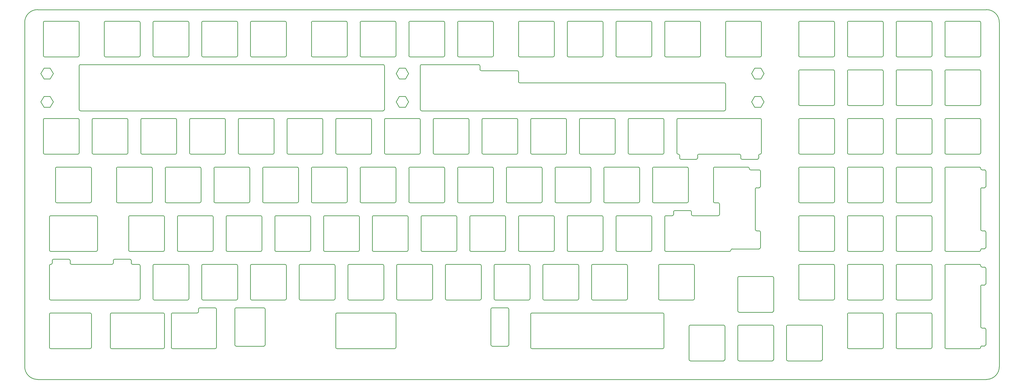
<source format=gbr>
%TF.GenerationSoftware,KiCad,Pcbnew,(6.0.0)*%
%TF.CreationDate,2022-03-02T09:48:32+01:00*%
%TF.ProjectId,switchplate,73776974-6368-4706-9c61-74652e6b6963,rev?*%
%TF.SameCoordinates,Original*%
%TF.FileFunction,Profile,NP*%
%FSLAX46Y46*%
G04 Gerber Fmt 4.6, Leading zero omitted, Abs format (unit mm)*
G04 Created by KiCad (PCBNEW (6.0.0)) date 2022-03-02 09:48:32*
%MOMM*%
%LPD*%
G01*
G04 APERTURE LIST*
%TA.AperFunction,Profile*%
%ADD10C,0.250000*%
%TD*%
G04 APERTURE END LIST*
D10*
X458787500Y-120650000D02*
X458787500Y-133650000D01*
X345275000Y-158250000D02*
G75*
G03*
X344775000Y-158750000I1J-500001D01*
G01*
X330487500Y-120650000D02*
X330487500Y-133650000D01*
X354300000Y-63500000D02*
X354300000Y-76500000D01*
X444787500Y-82550000D02*
X444787500Y-95550000D01*
X354800000Y-63000000D02*
X367800000Y-63000000D01*
X180468750Y-190800000D02*
G75*
G03*
X180968750Y-191300000I500001J1D01*
G01*
X178087500Y-133650000D02*
G75*
G03*
X178587500Y-134150000I500001J1D01*
G01*
X445287500Y-177300000D02*
X458287500Y-177300000D01*
X306387500Y-120650000D02*
G75*
G03*
X305887500Y-120150000I-500001J-1D01*
G01*
X211137500Y-120650000D02*
X211137500Y-133650000D01*
X373350000Y-76500000D02*
G75*
G03*
X373850000Y-77000000I500001J1D01*
G01*
X225712500Y-101600000D02*
X225712500Y-114600000D01*
X154775000Y-63000000D02*
G75*
G03*
X154275000Y-63500000I1J-500001D01*
G01*
X316200000Y-139700000D02*
X316200000Y-152700000D01*
X307175000Y-158250000D02*
X320175000Y-158250000D01*
X373062500Y-177800000D02*
X373062500Y-190800000D01*
X378612500Y-115100000D02*
X378699500Y-115100000D01*
X249237500Y-63500000D02*
X249237500Y-76500000D01*
X482887500Y-152700000D02*
G75*
G03*
X483387500Y-153200000I500001J1D01*
G01*
X370968750Y-171750000D02*
G75*
G03*
X371468750Y-172250000I500001J1D01*
G01*
X477337500Y-77000000D02*
G75*
G03*
X477837500Y-76500000I-1J500001D01*
G01*
X373850000Y-63000000D02*
X386850000Y-63000000D01*
X335750000Y-153200000D02*
X348750000Y-153200000D01*
X286837500Y-77000000D02*
G75*
G03*
X287337500Y-76500000I-1J500001D01*
G01*
X406400000Y-120650000D02*
G75*
G03*
X405900000Y-120150000I-500001J-1D01*
G01*
X254787500Y-134150000D02*
X267787500Y-134150000D01*
X445287500Y-120150000D02*
X458287500Y-120150000D01*
X498887500Y-165837000D02*
X498887500Y-159837000D01*
X386699500Y-115100000D02*
G75*
G03*
X386199500Y-115600000I1J-500001D01*
G01*
X444787500Y-152700000D02*
G75*
G03*
X445287500Y-153200000I500001J1D01*
G01*
X426237500Y-82050000D02*
G75*
G03*
X425737500Y-82550000I1J-500001D01*
G01*
X169062500Y-115100000D02*
X182062500Y-115100000D01*
X215900000Y-139700000D02*
X215900000Y-152700000D01*
X250025000Y-158250000D02*
X263025000Y-158250000D01*
X211925000Y-158250000D02*
X224925000Y-158250000D01*
X464337500Y-177300000D02*
G75*
G03*
X463837500Y-177800000I1J-500001D01*
G01*
X403075500Y-115600000D02*
X403075500Y-116600000D01*
X496887500Y-190713000D02*
X496887500Y-190800000D01*
X305887500Y-77000000D02*
G75*
G03*
X306387500Y-76500000I-1J500001D01*
G01*
X130962500Y-101100000D02*
G75*
G03*
X130462500Y-101600000I1J-500001D01*
G01*
X226212500Y-101100000D02*
X239212500Y-101100000D01*
X216662500Y-190300000D02*
X205802500Y-190300000D01*
X216687500Y-120150000D02*
G75*
G03*
X216187500Y-120650000I1J-500001D01*
G01*
X464337500Y-101100000D02*
X477337500Y-101100000D01*
X315412500Y-115100000D02*
G75*
G03*
X315912500Y-114600000I-1J500001D01*
G01*
X392900000Y-120150000D02*
X405900000Y-120150000D01*
X269075000Y-158250000D02*
G75*
G03*
X268575000Y-158750000I1J-500001D01*
G01*
X425737500Y-76500000D02*
G75*
G03*
X426237500Y-77000000I500001J1D01*
G01*
X164300000Y-139200000D02*
G75*
G03*
X163800000Y-139700000I1J-500001D01*
G01*
X287625000Y-158750000D02*
X287625000Y-171750000D01*
X292887500Y-120150000D02*
G75*
G03*
X292387500Y-120650000I1J-500001D01*
G01*
X406900000Y-121237000D02*
X410281250Y-121237000D01*
X134322371Y-83490000D02*
X133109936Y-81390000D01*
X415925000Y-182562500D02*
X415925000Y-195562500D01*
X178587500Y-120150000D02*
X191587500Y-120150000D01*
X359062500Y-101600000D02*
X359062500Y-114600000D01*
X496887500Y-152613000D02*
X496887500Y-152700000D01*
X368300000Y-63500000D02*
G75*
G03*
X367800000Y-63000000I-500001J-1D01*
G01*
X325725000Y-171750000D02*
G75*
G03*
X326225000Y-172250000I500001J1D01*
G01*
X458287500Y-134150000D02*
G75*
G03*
X458787500Y-133650000I-1J500001D01*
G01*
X277812500Y-97600000D02*
G75*
G03*
X278312500Y-98100000I500001J1D01*
G01*
X386699500Y-115100000D02*
X402575500Y-115100000D01*
X206375000Y-63500000D02*
X206375000Y-76500000D01*
X301116652Y-81892565D02*
X301116652Y-80500000D01*
X133930750Y-157750000D02*
X133930750Y-156750000D01*
X135225000Y-120650000D02*
X135225000Y-133650000D01*
X464337500Y-82050000D02*
G75*
G03*
X463837500Y-82550000I1J-500001D01*
G01*
X464337500Y-120150000D02*
G75*
G03*
X463837500Y-120650000I1J-500001D01*
G01*
X403075500Y-115600000D02*
G75*
G03*
X402575500Y-115100000I-500001J-1D01*
G01*
X273837500Y-77000000D02*
X286837500Y-77000000D01*
X444787500Y-95550000D02*
G75*
G03*
X445287500Y-96050000I500001J1D01*
G01*
X268575000Y-171750000D02*
G75*
G03*
X269075000Y-172250000I500001J1D01*
G01*
X277812500Y-101600000D02*
X277812500Y-114600000D01*
X272019936Y-92500000D02*
X269595064Y-92500000D01*
X301625000Y-158750000D02*
G75*
G03*
X301125000Y-158250000I-500001J-1D01*
G01*
X330200000Y-63500000D02*
G75*
G03*
X329700000Y-63000000I-500001J-1D01*
G01*
X316700000Y-63000000D02*
G75*
G03*
X316200000Y-63500000I1J-500001D01*
G01*
X311937500Y-120150000D02*
G75*
G03*
X311437500Y-120650000I1J-500001D01*
G01*
X144462500Y-63500000D02*
X144462500Y-76500000D01*
X496387500Y-115100000D02*
G75*
G03*
X496887500Y-114600000I-1J500001D01*
G01*
X496887500Y-101600000D02*
G75*
G03*
X496387500Y-101100000I-500001J-1D01*
G01*
X445287500Y-120150000D02*
G75*
G03*
X444787500Y-120650000I1J-500001D01*
G01*
X426237500Y-77000000D02*
X439237500Y-77000000D01*
X463837500Y-158750000D02*
X463837500Y-171750000D01*
X288125000Y-172250000D02*
X301125000Y-172250000D01*
X463837500Y-82550000D02*
X463837500Y-95550000D01*
X444787500Y-133650000D02*
G75*
G03*
X445287500Y-134150000I500001J1D01*
G01*
X498887500Y-127737000D02*
X498887500Y-121737000D01*
X173825000Y-77000000D02*
X186825000Y-77000000D01*
X180468750Y-177800000D02*
X180468750Y-190800000D01*
X464337500Y-177300000D02*
X477337500Y-177300000D01*
X354800000Y-153200000D02*
X367800000Y-153200000D01*
X386850000Y-77000000D02*
G75*
G03*
X387350000Y-76500000I-1J500001D01*
G01*
X496887500Y-158837000D02*
G75*
G03*
X497387500Y-159337000I500001J1D01*
G01*
X133109936Y-81390000D02*
X130685064Y-81390000D01*
X156656250Y-177800000D02*
X156656250Y-190800000D01*
X434975000Y-182562500D02*
X434975000Y-195562500D01*
X197637500Y-134150000D02*
X210637500Y-134150000D01*
X177300000Y-191300000D02*
G75*
G03*
X177800000Y-190800000I-1J500001D01*
G01*
X496887500Y-120650000D02*
G75*
G03*
X496387500Y-120150000I-500001J-1D01*
G01*
X186825000Y-172250000D02*
G75*
G03*
X187325000Y-171750000I-1J500001D01*
G01*
X130962500Y-63000000D02*
G75*
G03*
X130462500Y-63500000I1J-500001D01*
G01*
X410575500Y-115100000D02*
G75*
G03*
X410075500Y-115600000I1J-500001D01*
G01*
X135725000Y-120150000D02*
X148725000Y-120150000D01*
X464337500Y-172250000D02*
X477337500Y-172250000D01*
X301625000Y-158750000D02*
X301625000Y-171750000D01*
X315912500Y-101600000D02*
X315912500Y-114600000D01*
X330487500Y-133650000D02*
G75*
G03*
X330987500Y-134150000I500001J1D01*
G01*
X163512500Y-101600000D02*
G75*
G03*
X163012500Y-101100000I-500001J-1D01*
G01*
X384468750Y-172250000D02*
G75*
G03*
X384968750Y-171750000I-1J500001D01*
G01*
X244475000Y-158750000D02*
X244475000Y-171750000D01*
X254287500Y-76500000D02*
G75*
G03*
X254787500Y-77000000I500001J1D01*
G01*
X359562500Y-115100000D02*
X372562500Y-115100000D01*
X397162500Y-76500000D02*
G75*
G03*
X397662500Y-77000000I500001J1D01*
G01*
X439737500Y-101600000D02*
G75*
G03*
X439237500Y-101100000I-500001J-1D01*
G01*
X149225000Y-120650000D02*
X149225000Y-133650000D01*
X254000000Y-139700000D02*
G75*
G03*
X253500000Y-139200000I-500001J-1D01*
G01*
X133109936Y-92500000D02*
X130685064Y-92500000D01*
X445287500Y-139200000D02*
G75*
G03*
X444787500Y-139700000I1J-500001D01*
G01*
X192875000Y-172250000D02*
X205875000Y-172250000D01*
X477837500Y-63500000D02*
X477837500Y-76500000D01*
X225425000Y-63500000D02*
X225425000Y-76500000D01*
X444787500Y-101600000D02*
X444787500Y-114600000D01*
X382875000Y-195562500D02*
G75*
G03*
X383375000Y-196062500I500001J1D01*
G01*
X464337500Y-82050000D02*
X477337500Y-82050000D01*
X140930750Y-157750000D02*
G75*
G03*
X141430750Y-158250000I500001J1D01*
G01*
X415925000Y-163512500D02*
G75*
G03*
X415425000Y-163012500I-500001J-1D01*
G01*
X439737500Y-63500000D02*
G75*
G03*
X439237500Y-63000000I-500001J-1D01*
G01*
X445287500Y-139200000D02*
X458287500Y-139200000D01*
X369087500Y-120150000D02*
G75*
G03*
X368587500Y-120650000I1J-500001D01*
G01*
X183350000Y-153200000D02*
X196350000Y-153200000D01*
X244762500Y-114600000D02*
G75*
G03*
X245262500Y-115100000I500001J1D01*
G01*
X373062500Y-101600000D02*
G75*
G03*
X372562500Y-101100000I-500001J-1D01*
G01*
X445287500Y-158250000D02*
X458287500Y-158250000D01*
X354800000Y-77000000D02*
X367800000Y-77000000D01*
X321462500Y-115100000D02*
X334462500Y-115100000D01*
X240000000Y-139700000D02*
X240000000Y-152700000D01*
X245262500Y-177300000D02*
G75*
G03*
X244762500Y-177800000I1J-500001D01*
G01*
X425737500Y-114600000D02*
G75*
G03*
X426237500Y-115100000I500001J1D01*
G01*
X201900000Y-139700000D02*
X201900000Y-152700000D01*
X477837500Y-120650000D02*
X477837500Y-133650000D01*
X306675000Y-158750000D02*
X306675000Y-171750000D01*
X296862500Y-101600000D02*
G75*
G03*
X296362500Y-101100000I-500001J-1D01*
G01*
X123177500Y-198347500D02*
G75*
G03*
X128177500Y-203347500I5000000J0D01*
G01*
X463837500Y-152700000D02*
G75*
G03*
X464337500Y-153200000I500001J1D01*
G01*
X477837500Y-101600000D02*
X477837500Y-114600000D01*
X205875000Y-77000000D02*
G75*
G03*
X206375000Y-76500000I-1J500001D01*
G01*
X133343750Y-139200000D02*
G75*
G03*
X132843750Y-139700000I1J-500001D01*
G01*
X330200000Y-139700000D02*
G75*
G03*
X329700000Y-139200000I-500001J-1D01*
G01*
X496887500Y-63500000D02*
X496887500Y-76500000D01*
X273837500Y-134150000D02*
X286837500Y-134150000D01*
X278600000Y-139200000D02*
X291600000Y-139200000D01*
X187612500Y-101600000D02*
X187612500Y-114600000D01*
X278600000Y-139200000D02*
G75*
G03*
X278100000Y-139700000I1J-500001D01*
G01*
X370968750Y-158750000D02*
X370968750Y-171750000D01*
X326225000Y-158250000D02*
G75*
G03*
X325725000Y-158750000I1J-500001D01*
G01*
X425737500Y-139700000D02*
X425737500Y-152700000D01*
X292887500Y-63000000D02*
G75*
G03*
X292387500Y-63500000I1J-500001D01*
G01*
X329700000Y-153200000D02*
G75*
G03*
X330200000Y-152700000I-1J500001D01*
G01*
X444787500Y-120650000D02*
X444787500Y-133650000D01*
X384968750Y-158750000D02*
G75*
G03*
X384468750Y-158250000I-500001J-1D01*
G01*
X445287500Y-77000000D02*
X458287500Y-77000000D01*
X409281250Y-128237000D02*
G75*
G03*
X408781250Y-128737000I1J-500001D01*
G01*
X392400000Y-120650000D02*
X392400000Y-133650000D01*
X482887500Y-190800000D02*
G75*
G03*
X483387500Y-191300000I500001J1D01*
G01*
X409281250Y-145113000D02*
X410281250Y-145113000D01*
X191112500Y-176800000D02*
X191112500Y-175800000D01*
X410281250Y-128237000D02*
G75*
G03*
X410781250Y-127737000I-1J500001D01*
G01*
X349250000Y-63500000D02*
G75*
G03*
X348750000Y-63000000I-500001J-1D01*
G01*
X249525000Y-171750000D02*
G75*
G03*
X250025000Y-172250000I500001J1D01*
G01*
X463837500Y-95550000D02*
G75*
G03*
X464337500Y-96050000I500001J1D01*
G01*
X354800000Y-139200000D02*
G75*
G03*
X354300000Y-139700000I1J-500001D01*
G01*
X143962500Y-115100000D02*
G75*
G03*
X144462500Y-114600000I-1J500001D01*
G01*
X477837500Y-158750000D02*
X477837500Y-171750000D01*
X269075000Y-158250000D02*
X282075000Y-158250000D01*
X202400000Y-139200000D02*
X215400000Y-139200000D01*
X292100000Y-139700000D02*
X292100000Y-152700000D01*
X217162500Y-175800000D02*
G75*
G03*
X216662500Y-175300000I-500001J-1D01*
G01*
X133343750Y-177300000D02*
X148725000Y-177300000D01*
X311937500Y-120150000D02*
X324937500Y-120150000D01*
X372562500Y-115100000D02*
G75*
G03*
X373062500Y-114600000I-1J500001D01*
G01*
X259050000Y-152700000D02*
G75*
G03*
X259550000Y-153200000I500001J1D01*
G01*
X272019936Y-85590000D02*
X273232371Y-83490000D01*
X354300000Y-139700000D02*
X354300000Y-152700000D01*
X132843750Y-190800000D02*
G75*
G03*
X133343750Y-191300000I500001J1D01*
G01*
X268287500Y-120650000D02*
X268287500Y-133650000D01*
X368587500Y-133650000D02*
G75*
G03*
X369087500Y-134150000I500001J1D01*
G01*
X434475000Y-196062500D02*
G75*
G03*
X434975000Y-195562500I-1J500001D01*
G01*
X373350000Y-139700000D02*
X373350000Y-152700000D01*
X458287500Y-191300000D02*
G75*
G03*
X458787500Y-190800000I-1J500001D01*
G01*
X129472629Y-94600000D02*
X130685064Y-96700000D01*
X135725000Y-134150000D02*
X148725000Y-134150000D01*
X349537500Y-133650000D02*
G75*
G03*
X350037500Y-134150000I500001J1D01*
G01*
X368300000Y-139700000D02*
X368300000Y-152700000D01*
X439237500Y-115100000D02*
G75*
G03*
X439737500Y-114600000I-1J500001D01*
G01*
X182562500Y-101600000D02*
G75*
G03*
X182062500Y-101100000I-500001J-1D01*
G01*
X190612500Y-177300000D02*
G75*
G03*
X191112500Y-176800000I-1J500001D01*
G01*
X240000000Y-152700000D02*
G75*
G03*
X240500000Y-153200000I500001J1D01*
G01*
X188112500Y-101100000D02*
G75*
G03*
X187612500Y-101600000I1J-500001D01*
G01*
X211925000Y-172250000D02*
X224925000Y-172250000D01*
X334962500Y-101600000D02*
G75*
G03*
X334462500Y-101100000I-500001J-1D01*
G01*
X207162500Y-101100000D02*
X220162500Y-101100000D01*
X263812500Y-101600000D02*
X263812500Y-114600000D01*
X498887500Y-151613000D02*
X498887500Y-145613000D01*
X458787500Y-63500000D02*
G75*
G03*
X458287500Y-63000000I-500001J-1D01*
G01*
X287625000Y-171750000D02*
G75*
G03*
X288125000Y-172250000I500001J1D01*
G01*
X301912500Y-114600000D02*
G75*
G03*
X302412500Y-115100000I500001J1D01*
G01*
X477837500Y-177800000D02*
G75*
G03*
X477337500Y-177300000I-500001J-1D01*
G01*
X187325000Y-63500000D02*
X187325000Y-76500000D01*
X245262500Y-101100000D02*
X258262500Y-101100000D01*
X345275000Y-172250000D02*
X358275000Y-172250000D01*
X350037500Y-134150000D02*
X363037500Y-134150000D01*
X410781250Y-127737000D02*
X410781250Y-121737000D01*
X283362500Y-101100000D02*
G75*
G03*
X282862500Y-101600000I1J-500001D01*
G01*
X426237500Y-82050000D02*
X439237500Y-82050000D01*
X292100000Y-139700000D02*
G75*
G03*
X291600000Y-139200000I-500001J-1D01*
G01*
X464337500Y-96050000D02*
X477337500Y-96050000D01*
X177800000Y-139700000D02*
G75*
G03*
X177300000Y-139200000I-500001J-1D01*
G01*
X173825000Y-172250000D02*
X186825000Y-172250000D01*
X350037500Y-120150000D02*
G75*
G03*
X349537500Y-120650000I1J-500001D01*
G01*
X496887500Y-101600000D02*
X496887500Y-114600000D01*
X225425000Y-158750000D02*
X225425000Y-171750000D01*
X477337500Y-172250000D02*
G75*
G03*
X477837500Y-171750000I-1J500001D01*
G01*
X133109936Y-96700000D02*
X134322371Y-94600000D01*
X394281250Y-139200000D02*
G75*
G03*
X394781250Y-138700000I-1J500001D01*
G01*
X458787500Y-120650000D02*
G75*
G03*
X458287500Y-120150000I-500001J-1D01*
G01*
X385699500Y-117100000D02*
G75*
G03*
X386199500Y-116600000I-1J500001D01*
G01*
X477837500Y-177800000D02*
X477837500Y-190800000D01*
X439737500Y-120650000D02*
G75*
G03*
X439237500Y-120150000I-500001J-1D01*
G01*
X306675000Y-171750000D02*
G75*
G03*
X307175000Y-172250000I500001J1D01*
G01*
X458287500Y-96050000D02*
G75*
G03*
X458787500Y-95550000I-1J500001D01*
G01*
X403075500Y-116600000D02*
G75*
G03*
X403575500Y-117100000I500001J1D01*
G01*
X458787500Y-101600000D02*
X458787500Y-114600000D01*
X420975000Y-195562500D02*
G75*
G03*
X421475000Y-196062500I500001J1D01*
G01*
X206662500Y-114600000D02*
G75*
G03*
X207162500Y-115100000I500001J1D01*
G01*
X235737500Y-77000000D02*
X248737500Y-77000000D01*
X128177500Y-58475000D02*
X499172500Y-58475000D01*
X320962500Y-190800000D02*
G75*
G03*
X321462500Y-191300000I500001J1D01*
G01*
X410781250Y-151700000D02*
X410781250Y-145613000D01*
X239712500Y-101600000D02*
X239712500Y-114600000D01*
X387350000Y-63500000D02*
X387350000Y-76500000D01*
X220950000Y-139700000D02*
X220950000Y-152700000D01*
X386199500Y-115600000D02*
X386199500Y-116600000D01*
X397662500Y-77000000D02*
X410662500Y-77000000D01*
X301116652Y-80500000D02*
G75*
G03*
X300616652Y-80000000I-500001J-1D01*
G01*
X173325000Y-158750000D02*
X173325000Y-171750000D01*
X458287500Y-77000000D02*
G75*
G03*
X458787500Y-76500000I-1J500001D01*
G01*
X282575000Y-158750000D02*
X282575000Y-171750000D01*
X321462500Y-177300000D02*
G75*
G03*
X320962500Y-177800000I1J-500001D01*
G01*
X207162500Y-101100000D02*
G75*
G03*
X206662500Y-101600000I1J-500001D01*
G01*
X348750000Y-77000000D02*
G75*
G03*
X349250000Y-76500000I-1J500001D01*
G01*
X497387500Y-128237000D02*
G75*
G03*
X496887500Y-128737000I1J-500001D01*
G01*
X258262500Y-115100000D02*
G75*
G03*
X258762500Y-114600000I-1J500001D01*
G01*
X464337500Y-139200000D02*
G75*
G03*
X463837500Y-139700000I1J-500001D01*
G01*
X197137500Y-133650000D02*
G75*
G03*
X197637500Y-134150000I500001J1D01*
G01*
X439237500Y-172250000D02*
G75*
G03*
X439737500Y-171750000I-1J500001D01*
G01*
X410929936Y-85590000D02*
X412142371Y-83490000D01*
X354012500Y-101600000D02*
X354012500Y-114600000D01*
X128177500Y-58475000D02*
G75*
G03*
X123177500Y-63475000I0J-5000000D01*
G01*
X335750000Y-139200000D02*
X348750000Y-139200000D01*
X496387500Y-96050000D02*
G75*
G03*
X496887500Y-95550000I-1J500001D01*
G01*
X269075000Y-172250000D02*
X282075000Y-172250000D01*
X292387500Y-63500000D02*
X292387500Y-76500000D01*
X201612500Y-101600000D02*
X201612500Y-114600000D01*
X273837500Y-63000000D02*
X286837500Y-63000000D01*
X397177500Y-97600000D02*
X397177500Y-87664221D01*
X269595064Y-92500000D02*
X268382629Y-94600000D01*
X311150000Y-139700000D02*
G75*
G03*
X310650000Y-139200000I-500001J-1D01*
G01*
X497387500Y-159337000D02*
X498387500Y-159337000D01*
X196850000Y-139700000D02*
X196850000Y-152700000D01*
X335250000Y-152700000D02*
G75*
G03*
X335750000Y-153200000I500001J1D01*
G01*
X483387500Y-63000000D02*
G75*
G03*
X482887500Y-63500000I1J-500001D01*
G01*
X464337500Y-115100000D02*
X477337500Y-115100000D01*
X348750000Y-153200000D02*
G75*
G03*
X349250000Y-152700000I-1J500001D01*
G01*
X340512500Y-101100000D02*
X353512500Y-101100000D01*
X367800000Y-153200000D02*
G75*
G03*
X368300000Y-152700000I-1J500001D01*
G01*
X335250000Y-63500000D02*
X335250000Y-76500000D01*
X498887500Y-159837000D02*
G75*
G03*
X498387500Y-159337000I-500001J-1D01*
G01*
X177800000Y-177800000D02*
X177800000Y-190800000D01*
X297650000Y-139200000D02*
G75*
G03*
X297150000Y-139700000I1J-500001D01*
G01*
X205802500Y-175300000D02*
G75*
G03*
X205302500Y-175800000I1J-500001D01*
G01*
X292887500Y-63000000D02*
X305887500Y-63000000D01*
X173825000Y-63000000D02*
X186825000Y-63000000D01*
X156656250Y-190800000D02*
G75*
G03*
X157156250Y-191300000I500001J1D01*
G01*
X464337500Y-134150000D02*
X477337500Y-134150000D01*
X197612500Y-191300000D02*
G75*
G03*
X198112500Y-190800000I-1J500001D01*
G01*
X483387500Y-96050000D02*
X496387500Y-96050000D01*
X464337500Y-191300000D02*
X477337500Y-191300000D01*
X445287500Y-134150000D02*
X458287500Y-134150000D01*
X407292629Y-83490000D02*
X408505064Y-85590000D01*
X497387500Y-166337000D02*
X498387500Y-166337000D01*
X186825000Y-77000000D02*
G75*
G03*
X187325000Y-76500000I-1J500001D01*
G01*
X167775000Y-172250000D02*
G75*
G03*
X168275000Y-171750000I-1J500001D01*
G01*
X273232371Y-83490000D02*
X272019936Y-81390000D01*
X202400000Y-153200000D02*
X215400000Y-153200000D01*
X157156250Y-191300000D02*
X177300000Y-191300000D01*
X498387500Y-128237000D02*
G75*
G03*
X498887500Y-127737000I-1J500001D01*
G01*
X268287500Y-120650000D02*
G75*
G03*
X267787500Y-120150000I-500001J-1D01*
G01*
X205875000Y-172250000D02*
G75*
G03*
X206375000Y-171750000I-1J500001D01*
G01*
X497387500Y-166337000D02*
G75*
G03*
X496887500Y-166837000I1J-500001D01*
G01*
X269595064Y-81390000D02*
X268382629Y-83490000D01*
X164300000Y-139200000D02*
X177300000Y-139200000D01*
X254000000Y-139700000D02*
X254000000Y-152700000D01*
X300616652Y-80000000D02*
X278312500Y-80000000D01*
X458287500Y-172250000D02*
G75*
G03*
X458787500Y-171750000I-1J500001D01*
G01*
X458787500Y-177800000D02*
G75*
G03*
X458287500Y-177300000I-500001J-1D01*
G01*
X297650000Y-139200000D02*
X310650000Y-139200000D01*
X383818250Y-137700000D02*
G75*
G03*
X383318250Y-137200000I-500001J-1D01*
G01*
X426237500Y-172250000D02*
X439237500Y-172250000D01*
X272550000Y-153200000D02*
G75*
G03*
X273050000Y-152700000I-1J500001D01*
G01*
X310650000Y-153200000D02*
G75*
G03*
X311150000Y-152700000I-1J500001D01*
G01*
X482887500Y-114600000D02*
G75*
G03*
X483387500Y-115100000I500001J1D01*
G01*
X183350000Y-139200000D02*
X196350000Y-139200000D01*
X312412500Y-175800000D02*
G75*
G03*
X311912500Y-175300000I-500001J-1D01*
G01*
X151606250Y-139700000D02*
X151606250Y-152700000D01*
X483387500Y-101100000D02*
G75*
G03*
X482887500Y-101600000I1J-500001D01*
G01*
X132843750Y-139700000D02*
X132843750Y-152700000D01*
X220950000Y-152700000D02*
G75*
G03*
X221450000Y-153200000I500001J1D01*
G01*
X206375000Y-158750000D02*
G75*
G03*
X205875000Y-158250000I-500001J-1D01*
G01*
X444787500Y-190800000D02*
G75*
G03*
X445287500Y-191300000I500001J1D01*
G01*
X497387500Y-152113000D02*
X498387500Y-152113000D01*
X402425000Y-163012500D02*
X415425000Y-163012500D01*
X396375000Y-196062500D02*
G75*
G03*
X396875000Y-195562500I-1J500001D01*
G01*
X196850000Y-139700000D02*
G75*
G03*
X196350000Y-139200000I-500001J-1D01*
G01*
X371468750Y-158250000D02*
X384468750Y-158250000D01*
X123177500Y-198347500D02*
X123177500Y-63475000D01*
X408781250Y-128737000D02*
X408781250Y-144613000D01*
X344775000Y-171750000D02*
G75*
G03*
X345275000Y-172250000I500001J1D01*
G01*
X277812500Y-101600000D02*
G75*
G03*
X277312500Y-101100000I-500001J-1D01*
G01*
X399756250Y-152200000D02*
G75*
G03*
X399256250Y-152700000I1J-500001D01*
G01*
X378112500Y-114600000D02*
G75*
G03*
X378612500Y-115100000I500001J1D01*
G01*
X259550000Y-139200000D02*
X272550000Y-139200000D01*
X458787500Y-82550000D02*
G75*
G03*
X458287500Y-82050000I-500001J-1D01*
G01*
X379199500Y-116600000D02*
G75*
G03*
X379699500Y-117100000I500001J1D01*
G01*
X329700000Y-77000000D02*
G75*
G03*
X330200000Y-76500000I-1J500001D01*
G01*
X354800000Y-63000000D02*
G75*
G03*
X354300000Y-63500000I1J-500001D01*
G01*
X408505064Y-92500000D02*
X407292629Y-94600000D01*
X197137500Y-120650000D02*
X197137500Y-133650000D01*
X477337500Y-115100000D02*
G75*
G03*
X477837500Y-114600000I-1J500001D01*
G01*
X292387500Y-120650000D02*
X292387500Y-133650000D01*
X305912500Y-175300000D02*
G75*
G03*
X305412500Y-175800000I1J-500001D01*
G01*
X483387500Y-158250000D02*
X496387500Y-158250000D01*
X335750000Y-77000000D02*
X348750000Y-77000000D01*
X445287500Y-101100000D02*
G75*
G03*
X444787500Y-101600000I1J-500001D01*
G01*
X287337500Y-120650000D02*
X287337500Y-133650000D01*
X483387500Y-63000000D02*
X496387500Y-63000000D01*
X263525000Y-158750000D02*
G75*
G03*
X263025000Y-158250000I-500001J-1D01*
G01*
X243975000Y-172250000D02*
G75*
G03*
X244475000Y-171750000I-1J500001D01*
G01*
X230975000Y-158250000D02*
X243975000Y-158250000D01*
X363537500Y-120650000D02*
G75*
G03*
X363037500Y-120150000I-500001J-1D01*
G01*
X151606250Y-139700000D02*
G75*
G03*
X151106250Y-139200000I-500001J-1D01*
G01*
X173325000Y-171750000D02*
G75*
G03*
X173825000Y-172250000I500001J1D01*
G01*
X173037500Y-120650000D02*
G75*
G03*
X172537500Y-120150000I-500001J-1D01*
G01*
X292387500Y-133650000D02*
G75*
G03*
X292887500Y-134150000I500001J1D01*
G01*
X463837500Y-114600000D02*
G75*
G03*
X464337500Y-115100000I500001J1D01*
G01*
X287337500Y-63500000D02*
X287337500Y-76500000D01*
X439737500Y-158750000D02*
G75*
G03*
X439237500Y-158250000I-500001J-1D01*
G01*
X325437500Y-120650000D02*
X325437500Y-133650000D01*
X373850000Y-153200000D02*
X398756250Y-153200000D01*
X173825000Y-158250000D02*
X186825000Y-158250000D01*
X411162500Y-101600000D02*
X411162500Y-114600000D01*
X320175000Y-172250000D02*
G75*
G03*
X320675000Y-171750000I-1J500001D01*
G01*
X157806750Y-157750000D02*
X157806750Y-156750000D01*
X221450000Y-139200000D02*
X234450000Y-139200000D01*
X244762500Y-177800000D02*
X244762500Y-190800000D01*
X311150000Y-139700000D02*
X311150000Y-152700000D01*
X410929936Y-81390000D02*
X408505064Y-81390000D01*
X339225000Y-172250000D02*
G75*
G03*
X339725000Y-171750000I-1J500001D01*
G01*
X384968750Y-158750000D02*
X384968750Y-171750000D01*
X445287500Y-158250000D02*
G75*
G03*
X444787500Y-158750000I1J-500001D01*
G01*
X326225000Y-158250000D02*
X339225000Y-158250000D01*
X250025000Y-172250000D02*
X263025000Y-172250000D01*
X132843750Y-158750000D02*
X132843750Y-171750000D01*
X401925000Y-182562500D02*
X401925000Y-195562500D01*
X211425000Y-171750000D02*
G75*
G03*
X211925000Y-172250000I500001J1D01*
G01*
X483387500Y-77000000D02*
X496387500Y-77000000D01*
X463837500Y-120650000D02*
X463837500Y-133650000D01*
X225712500Y-114600000D02*
G75*
G03*
X226212500Y-115100000I500001J1D01*
G01*
X408505064Y-96700000D02*
X410929936Y-96700000D01*
X263292500Y-80000000D02*
X144947500Y-80000000D01*
X398756250Y-153200000D02*
G75*
G03*
X399256250Y-152700000I-1J500001D01*
G01*
X158306750Y-156250000D02*
G75*
G03*
X157806750Y-156750000I1J-500001D01*
G01*
X463837500Y-101600000D02*
X463837500Y-114600000D01*
X132843750Y-152700000D02*
G75*
G03*
X133343750Y-153200000I500001J1D01*
G01*
X154275000Y-63500000D02*
X154275000Y-76500000D01*
X268287500Y-63500000D02*
G75*
G03*
X267787500Y-63000000I-500001J-1D01*
G01*
X273337500Y-120650000D02*
X273337500Y-133650000D01*
X173037500Y-120650000D02*
X173037500Y-133650000D01*
X132843750Y-177800000D02*
X132843750Y-190800000D01*
X439737500Y-158750000D02*
X439737500Y-171750000D01*
X371468750Y-172250000D02*
X384468750Y-172250000D01*
X407292629Y-94600000D02*
X408505064Y-96700000D01*
X321462500Y-101100000D02*
G75*
G03*
X320962500Y-101600000I1J-500001D01*
G01*
X340012500Y-114600000D02*
G75*
G03*
X340512500Y-115100000I500001J1D01*
G01*
X235237500Y-133650000D02*
G75*
G03*
X235737500Y-134150000I500001J1D01*
G01*
X216687500Y-120150000D02*
X229687500Y-120150000D01*
X383375000Y-196062500D02*
X396375000Y-196062500D01*
X130962500Y-101100000D02*
X143962500Y-101100000D01*
X240500000Y-153200000D02*
X253500000Y-153200000D01*
X402425000Y-177012500D02*
X415425000Y-177012500D01*
X201900000Y-152700000D02*
G75*
G03*
X202400000Y-153200000I500001J1D01*
G01*
X130462500Y-101600000D02*
X130462500Y-114600000D01*
X169062500Y-101100000D02*
X182062500Y-101100000D01*
X410281250Y-152200000D02*
X399756250Y-152200000D01*
X498387500Y-166337000D02*
G75*
G03*
X498887500Y-165837000I-1J500001D01*
G01*
X445287500Y-115100000D02*
X458287500Y-115100000D01*
X426237500Y-101100000D02*
G75*
G03*
X425737500Y-101600000I1J-500001D01*
G01*
X133109936Y-85590000D02*
X134322371Y-83490000D01*
X220162500Y-115100000D02*
G75*
G03*
X220662500Y-114600000I-1J500001D01*
G01*
X498887500Y-189713000D02*
X498887500Y-183713000D01*
X445287500Y-96050000D02*
X458287500Y-96050000D01*
X311937500Y-134150000D02*
X324937500Y-134150000D01*
X392400000Y-133650000D02*
G75*
G03*
X392900000Y-134150000I500001J1D01*
G01*
X273232371Y-94600000D02*
X272019936Y-92500000D01*
X169062500Y-101100000D02*
G75*
G03*
X168562500Y-101600000I1J-500001D01*
G01*
X150012500Y-101100000D02*
X163012500Y-101100000D01*
X173325000Y-76500000D02*
G75*
G03*
X173825000Y-77000000I500001J1D01*
G01*
X315697642Y-82392565D02*
X301616652Y-82392565D01*
X263292500Y-98100000D02*
G75*
G03*
X263792500Y-97600000I-1J500001D01*
G01*
X311437500Y-133650000D02*
G75*
G03*
X311937500Y-134150000I500001J1D01*
G01*
X425737500Y-63500000D02*
X425737500Y-76500000D01*
X278600000Y-153200000D02*
X291600000Y-153200000D01*
X180968750Y-177300000D02*
G75*
G03*
X180468750Y-177800000I1J-500001D01*
G01*
X439737500Y-82550000D02*
G75*
G03*
X439237500Y-82050000I-500001J-1D01*
G01*
X496887500Y-158750000D02*
G75*
G03*
X496387500Y-158250000I-500001J-1D01*
G01*
X320962500Y-177800000D02*
X320962500Y-190800000D01*
X387350000Y-63500000D02*
G75*
G03*
X386850000Y-63000000I-500001J-1D01*
G01*
X263792500Y-97600000D02*
X263792500Y-80500000D01*
X408505064Y-81390000D02*
X407292629Y-83490000D01*
X463837500Y-133650000D02*
G75*
G03*
X464337500Y-134150000I500001J1D01*
G01*
X321462500Y-101100000D02*
X334462500Y-101100000D01*
X382587500Y-120650000D02*
G75*
G03*
X382087500Y-120150000I-500001J-1D01*
G01*
X496887500Y-166837000D02*
X496887500Y-182713000D01*
X410662500Y-115100000D02*
G75*
G03*
X411162500Y-114600000I-1J500001D01*
G01*
X439737500Y-101600000D02*
X439737500Y-114600000D01*
X163012500Y-115100000D02*
G75*
G03*
X163512500Y-114600000I-1J500001D01*
G01*
X180968750Y-177300000D02*
X190612500Y-177300000D01*
X191587500Y-134150000D02*
G75*
G03*
X192087500Y-133650000I-1J500001D01*
G01*
X239212500Y-115100000D02*
G75*
G03*
X239712500Y-114600000I-1J500001D01*
G01*
X316700000Y-139200000D02*
G75*
G03*
X316200000Y-139700000I1J-500001D01*
G01*
X396677500Y-87164221D02*
X316697642Y-87164221D01*
X197612500Y-175300000D02*
X191612500Y-175300000D01*
X148725000Y-134150000D02*
G75*
G03*
X149225000Y-133650000I-1J500001D01*
G01*
X496887500Y-63500000D02*
G75*
G03*
X496387500Y-63000000I-500001J-1D01*
G01*
X358275000Y-172250000D02*
G75*
G03*
X358775000Y-171750000I-1J500001D01*
G01*
X397662500Y-63000000D02*
X410662500Y-63000000D01*
X164806750Y-157750000D02*
G75*
G03*
X165306750Y-158250000I500001J1D01*
G01*
X173825000Y-63000000D02*
G75*
G03*
X173325000Y-63500000I1J-500001D01*
G01*
X425737500Y-101600000D02*
X425737500Y-114600000D01*
X402425000Y-163012500D02*
G75*
G03*
X401925000Y-163512500I1J-500001D01*
G01*
X464337500Y-153200000D02*
X477337500Y-153200000D01*
X305412500Y-189800000D02*
G75*
G03*
X305912500Y-190300000I500001J1D01*
G01*
X498887500Y-145613000D02*
G75*
G03*
X498387500Y-145113000I-500001J-1D01*
G01*
X425737500Y-95550000D02*
G75*
G03*
X426237500Y-96050000I500001J1D01*
G01*
X320675000Y-158750000D02*
X320675000Y-171750000D01*
X292887500Y-120150000D02*
X305887500Y-120150000D01*
X316700000Y-153200000D02*
X329700000Y-153200000D01*
X483387500Y-82050000D02*
G75*
G03*
X482887500Y-82550000I1J-500001D01*
G01*
X273050000Y-139700000D02*
X273050000Y-152700000D01*
X133430750Y-158250000D02*
G75*
G03*
X133930750Y-157750000I-1J500001D01*
G01*
X324937500Y-134150000D02*
G75*
G03*
X325437500Y-133650000I-1J500001D01*
G01*
X159037500Y-120650000D02*
X159037500Y-133650000D01*
X267787500Y-134150000D02*
G75*
G03*
X268287500Y-133650000I-1J500001D01*
G01*
X235737500Y-120150000D02*
G75*
G03*
X235237500Y-120650000I1J-500001D01*
G01*
X334462500Y-115100000D02*
G75*
G03*
X334962500Y-114600000I-1J500001D01*
G01*
X224925000Y-172250000D02*
G75*
G03*
X225425000Y-171750000I-1J500001D01*
G01*
X426237500Y-158250000D02*
X439237500Y-158250000D01*
X282075000Y-172250000D02*
G75*
G03*
X282575000Y-171750000I-1J500001D01*
G01*
X296862500Y-101600000D02*
X296862500Y-114600000D01*
X198112500Y-175800000D02*
G75*
G03*
X197612500Y-175300000I-500001J-1D01*
G01*
X445287500Y-191300000D02*
X458287500Y-191300000D01*
X273837500Y-120150000D02*
G75*
G03*
X273337500Y-120650000I1J-500001D01*
G01*
X358775000Y-158750000D02*
X358775000Y-171750000D01*
X220662500Y-101600000D02*
X220662500Y-114600000D01*
X444787500Y-139700000D02*
X444787500Y-152700000D01*
X133343750Y-177300000D02*
G75*
G03*
X132843750Y-177800000I1J-500001D01*
G01*
X234950000Y-139700000D02*
X234950000Y-152700000D01*
X141430750Y-158250000D02*
X157306750Y-158250000D01*
X340512500Y-101100000D02*
G75*
G03*
X340012500Y-101600000I1J-500001D01*
G01*
X140430750Y-156250000D02*
X134430750Y-156250000D01*
X277312500Y-115100000D02*
G75*
G03*
X277812500Y-114600000I-1J500001D01*
G01*
X477837500Y-139700000D02*
X477837500Y-152700000D01*
X244762500Y-190800000D02*
G75*
G03*
X245262500Y-191300000I500001J1D01*
G01*
X164806750Y-157750000D02*
X164806750Y-156750000D01*
X229687500Y-134150000D02*
G75*
G03*
X230187500Y-133650000I-1J500001D01*
G01*
X497387500Y-121237000D02*
X498387500Y-121237000D01*
X272019936Y-96700000D02*
X273232371Y-94600000D01*
X410075500Y-115600000D02*
X410075500Y-116600000D01*
X259550000Y-153200000D02*
X272550000Y-153200000D01*
X483387500Y-120150000D02*
X496387500Y-120150000D01*
X192087500Y-120650000D02*
G75*
G03*
X191587500Y-120150000I-500001J-1D01*
G01*
X292387500Y-76500000D02*
G75*
G03*
X292887500Y-77000000I500001J1D01*
G01*
X420975000Y-182562500D02*
X420975000Y-195562500D01*
X439737500Y-139700000D02*
G75*
G03*
X439237500Y-139200000I-500001J-1D01*
G01*
X205302500Y-189800000D02*
G75*
G03*
X205802500Y-190300000I500001J1D01*
G01*
X130462500Y-114600000D02*
G75*
G03*
X130962500Y-115100000I500001J1D01*
G01*
X164806750Y-156750000D02*
G75*
G03*
X164306750Y-156250000I-500001J-1D01*
G01*
X359562500Y-101100000D02*
G75*
G03*
X359062500Y-101600000I1J-500001D01*
G01*
X268575000Y-158750000D02*
X268575000Y-171750000D01*
X330200000Y-139700000D02*
X330200000Y-152700000D01*
X425737500Y-158750000D02*
X425737500Y-171750000D01*
X483387500Y-191300000D02*
X496387500Y-191300000D01*
X349250000Y-139700000D02*
G75*
G03*
X348750000Y-139200000I-500001J-1D01*
G01*
X410662500Y-77000000D02*
G75*
G03*
X411162500Y-76500000I-1J500001D01*
G01*
X244762500Y-101600000D02*
X244762500Y-114600000D01*
X168275000Y-63500000D02*
G75*
G03*
X167775000Y-63000000I-500001J-1D01*
G01*
X130685064Y-96700000D02*
X133109936Y-96700000D01*
X296362500Y-115100000D02*
G75*
G03*
X296862500Y-114600000I-1J500001D01*
G01*
X211425000Y-158750000D02*
X211425000Y-171750000D01*
X192875000Y-158250000D02*
G75*
G03*
X192375000Y-158750000I1J-500001D01*
G01*
X406400000Y-120737000D02*
G75*
G03*
X406900000Y-121237000I500001J1D01*
G01*
X349537500Y-120650000D02*
X349537500Y-133650000D01*
X482887500Y-76500000D02*
G75*
G03*
X483387500Y-77000000I500001J1D01*
G01*
X396875000Y-182562500D02*
G75*
G03*
X396375000Y-182062500I-500001J-1D01*
G01*
X282862500Y-101600000D02*
X282862500Y-114600000D01*
X234450000Y-153200000D02*
G75*
G03*
X234950000Y-152700000I-1J500001D01*
G01*
X302412500Y-115100000D02*
X315412500Y-115100000D01*
X135725000Y-120150000D02*
G75*
G03*
X135225000Y-120650000I1J-500001D01*
G01*
X297150000Y-139700000D02*
X297150000Y-152700000D01*
X321462500Y-177300000D02*
X372562500Y-177300000D01*
X315912500Y-101600000D02*
G75*
G03*
X315412500Y-101100000I-500001J-1D01*
G01*
X339725000Y-158750000D02*
G75*
G03*
X339225000Y-158250000I-500001J-1D01*
G01*
X135225000Y-133650000D02*
G75*
G03*
X135725000Y-134150000I500001J1D01*
G01*
X425737500Y-120650000D02*
X425737500Y-133650000D01*
X167775000Y-77000000D02*
G75*
G03*
X168275000Y-76500000I-1J500001D01*
G01*
X458287500Y-115100000D02*
G75*
G03*
X458787500Y-114600000I-1J500001D01*
G01*
X354800000Y-139200000D02*
X367800000Y-139200000D01*
X483387500Y-101100000D02*
X496387500Y-101100000D01*
X411162500Y-63500000D02*
X411162500Y-76500000D01*
X373062500Y-101600000D02*
X373062500Y-114600000D01*
X268287500Y-63500000D02*
X268287500Y-76500000D01*
X282862500Y-114600000D02*
G75*
G03*
X283362500Y-115100000I500001J1D01*
G01*
X157156250Y-177300000D02*
G75*
G03*
X156656250Y-177800000I1J-500001D01*
G01*
X192375000Y-171750000D02*
G75*
G03*
X192875000Y-172250000I500001J1D01*
G01*
X426237500Y-153200000D02*
X439237500Y-153200000D01*
X325725000Y-158750000D02*
X325725000Y-171750000D01*
X249237500Y-120650000D02*
X249237500Y-133650000D01*
X263792500Y-80500000D02*
G75*
G03*
X263292500Y-80000000I-500001J-1D01*
G01*
X258762500Y-101600000D02*
X258762500Y-114600000D01*
X439237500Y-96050000D02*
G75*
G03*
X439737500Y-95550000I-1J500001D01*
G01*
X273337500Y-133650000D02*
G75*
G03*
X273837500Y-134150000I500001J1D01*
G01*
X335750000Y-63000000D02*
G75*
G03*
X335250000Y-63500000I1J-500001D01*
G01*
X482887500Y-82550000D02*
X482887500Y-95550000D01*
X397162500Y-63500000D02*
X397162500Y-76500000D01*
X368300000Y-139700000D02*
G75*
G03*
X367800000Y-139200000I-500001J-1D01*
G01*
X192875000Y-63000000D02*
X205875000Y-63000000D01*
X477837500Y-139700000D02*
G75*
G03*
X477337500Y-139200000I-500001J-1D01*
G01*
X182062500Y-115100000D02*
G75*
G03*
X182562500Y-114600000I-1J500001D01*
G01*
X382875000Y-182562500D02*
X382875000Y-195562500D01*
X339725000Y-158750000D02*
X339725000Y-171750000D01*
X483387500Y-82050000D02*
X496387500Y-82050000D01*
X211925000Y-63000000D02*
X224925000Y-63000000D01*
X316700000Y-77000000D02*
X329700000Y-77000000D01*
X426237500Y-139200000D02*
X439237500Y-139200000D01*
X330987500Y-120150000D02*
X343987500Y-120150000D01*
X132843750Y-171750000D02*
G75*
G03*
X133343750Y-172250000I500001J1D01*
G01*
X408781250Y-144613000D02*
G75*
G03*
X409281250Y-145113000I500001J1D01*
G01*
X168275000Y-158750000D02*
X168275000Y-171750000D01*
X133343750Y-139200000D02*
X151106250Y-139200000D01*
X143962500Y-77000000D02*
G75*
G03*
X144462500Y-76500000I-1J500001D01*
G01*
X458787500Y-158750000D02*
G75*
G03*
X458287500Y-158250000I-500001J-1D01*
G01*
X130685064Y-85590000D02*
X133109936Y-85590000D01*
X144947500Y-80000000D02*
G75*
G03*
X144447500Y-80500000I1J-500001D01*
G01*
X316700000Y-139200000D02*
X329700000Y-139200000D01*
X187325000Y-158750000D02*
G75*
G03*
X186825000Y-158250000I-500001J-1D01*
G01*
X149512500Y-114600000D02*
G75*
G03*
X150012500Y-115100000I500001J1D01*
G01*
X305412500Y-189800000D02*
X305412500Y-175800000D01*
X215900000Y-139700000D02*
G75*
G03*
X215400000Y-139200000I-500001J-1D01*
G01*
X371468750Y-158250000D02*
G75*
G03*
X370968750Y-158750000I1J-500001D01*
G01*
X415425000Y-177012500D02*
G75*
G03*
X415925000Y-176512500I-1J500001D01*
G01*
X217162500Y-189800000D02*
X217162500Y-175800000D01*
X221450000Y-139200000D02*
G75*
G03*
X220950000Y-139700000I1J-500001D01*
G01*
X216662500Y-190300000D02*
G75*
G03*
X217162500Y-189800000I-1J500001D01*
G01*
X235237500Y-120650000D02*
X235237500Y-133650000D01*
X463837500Y-76500000D02*
G75*
G03*
X464337500Y-77000000I500001J1D01*
G01*
X325437500Y-120650000D02*
G75*
G03*
X324937500Y-120150000I-500001J-1D01*
G01*
X302412500Y-101100000D02*
G75*
G03*
X301912500Y-101600000I1J-500001D01*
G01*
X154775000Y-77000000D02*
X167775000Y-77000000D01*
X187325000Y-158750000D02*
X187325000Y-171750000D01*
X378612500Y-101100000D02*
G75*
G03*
X378112500Y-101600000I1J-500001D01*
G01*
X394781250Y-134650000D02*
G75*
G03*
X394281250Y-134150000I-500001J-1D01*
G01*
X354300000Y-76500000D02*
G75*
G03*
X354800000Y-77000000I500001J1D01*
G01*
X235737500Y-63000000D02*
X248737500Y-63000000D01*
X164306750Y-156250000D02*
X158306750Y-156250000D01*
X177300000Y-153200000D02*
G75*
G03*
X177800000Y-152700000I-1J500001D01*
G01*
X477337500Y-96050000D02*
G75*
G03*
X477837500Y-95550000I-1J500001D01*
G01*
X144462500Y-63500000D02*
G75*
G03*
X143962500Y-63000000I-500001J-1D01*
G01*
X157306750Y-158250000D02*
G75*
G03*
X157806750Y-157750000I-1J500001D01*
G01*
X249525000Y-158750000D02*
X249525000Y-171750000D01*
X254787500Y-63000000D02*
X267787500Y-63000000D01*
X178087500Y-120650000D02*
X178087500Y-133650000D01*
X496887500Y-182713000D02*
G75*
G03*
X497387500Y-183213000I500001J1D01*
G01*
X192875000Y-63000000D02*
G75*
G03*
X192375000Y-63500000I1J-500001D01*
G01*
X149512500Y-101600000D02*
X149512500Y-114600000D01*
X498387500Y-190213000D02*
G75*
G03*
X498887500Y-189713000I-1J500001D01*
G01*
X259550000Y-139200000D02*
G75*
G03*
X259050000Y-139700000I1J-500001D01*
G01*
X192875000Y-77000000D02*
X205875000Y-77000000D01*
X382587500Y-120650000D02*
X382587500Y-133650000D01*
X496887500Y-128737000D02*
X496887500Y-144613000D01*
X444787500Y-171750000D02*
G75*
G03*
X445287500Y-172250000I500001J1D01*
G01*
X444787500Y-63500000D02*
X444787500Y-76500000D01*
X415925000Y-163512500D02*
X415925000Y-176512500D01*
X248737500Y-134150000D02*
G75*
G03*
X249237500Y-133650000I-1J500001D01*
G01*
X445287500Y-172250000D02*
X458287500Y-172250000D01*
X426237500Y-120150000D02*
X439237500Y-120150000D01*
X267787500Y-77000000D02*
G75*
G03*
X268287500Y-76500000I-1J500001D01*
G01*
X383818250Y-138700000D02*
G75*
G03*
X384318250Y-139200000I500001J1D01*
G01*
X168562500Y-114600000D02*
G75*
G03*
X169062500Y-115100000I500001J1D01*
G01*
X344487500Y-120650000D02*
X344487500Y-133650000D01*
X173825000Y-158250000D02*
G75*
G03*
X173325000Y-158750000I1J-500001D01*
G01*
X230975000Y-158250000D02*
G75*
G03*
X230475000Y-158750000I1J-500001D01*
G01*
X320962500Y-101600000D02*
X320962500Y-114600000D01*
X383375000Y-182062500D02*
X396375000Y-182062500D01*
X425737500Y-152700000D02*
G75*
G03*
X426237500Y-153200000I500001J1D01*
G01*
X373850000Y-139200000D02*
G75*
G03*
X373350000Y-139700000I1J-500001D01*
G01*
X220662500Y-101600000D02*
G75*
G03*
X220162500Y-101100000I-500001J-1D01*
G01*
X230975000Y-172250000D02*
X243975000Y-172250000D01*
X330200000Y-63500000D02*
X330200000Y-76500000D01*
X311912500Y-175300000D02*
X305912500Y-175300000D01*
X268287500Y-177800000D02*
X268287500Y-190800000D01*
X235237500Y-63500000D02*
X235237500Y-76500000D01*
X254787500Y-120150000D02*
X267787500Y-120150000D01*
X178587500Y-120150000D02*
G75*
G03*
X178087500Y-120650000I1J-500001D01*
G01*
X168275000Y-63500000D02*
X168275000Y-76500000D01*
X163800000Y-139700000D02*
X163800000Y-152700000D01*
X268382629Y-83490000D02*
X269595064Y-85590000D01*
X240500000Y-139200000D02*
X253500000Y-139200000D01*
X197637500Y-120150000D02*
X210637500Y-120150000D01*
X334962500Y-101600000D02*
X334962500Y-114600000D01*
X444787500Y-114600000D02*
G75*
G03*
X445287500Y-115100000I500001J1D01*
G01*
X149225000Y-177800000D02*
G75*
G03*
X148725000Y-177300000I-500001J-1D01*
G01*
X344487500Y-120650000D02*
G75*
G03*
X343987500Y-120150000I-500001J-1D01*
G01*
X463837500Y-177800000D02*
X463837500Y-190800000D01*
X297650000Y-153200000D02*
X310650000Y-153200000D01*
X458287500Y-153200000D02*
G75*
G03*
X458787500Y-152700000I-1J500001D01*
G01*
X150012500Y-101100000D02*
G75*
G03*
X149512500Y-101600000I1J-500001D01*
G01*
X477337500Y-153200000D02*
G75*
G03*
X477837500Y-152700000I-1J500001D01*
G01*
X269595064Y-85590000D02*
X272019936Y-85590000D01*
X464337500Y-139200000D02*
X477337500Y-139200000D01*
X254287500Y-120650000D02*
X254287500Y-133650000D01*
X283362500Y-115100000D02*
X296362500Y-115100000D01*
X144462500Y-101600000D02*
G75*
G03*
X143962500Y-101100000I-500001J-1D01*
G01*
X282575000Y-158750000D02*
G75*
G03*
X282075000Y-158250000I-500001J-1D01*
G01*
X354012500Y-101600000D02*
G75*
G03*
X353512500Y-101100000I-500001J-1D01*
G01*
X410781250Y-145613000D02*
G75*
G03*
X410281250Y-145113000I-500001J-1D01*
G01*
X140930750Y-157750000D02*
X140930750Y-156750000D01*
X278312500Y-80000000D02*
G75*
G03*
X277812500Y-80500000I1J-500001D01*
G01*
X392900000Y-120150000D02*
G75*
G03*
X392400000Y-120650000I1J-500001D01*
G01*
X168275000Y-158750000D02*
G75*
G03*
X167775000Y-158250000I-500001J-1D01*
G01*
X496387500Y-77000000D02*
G75*
G03*
X496887500Y-76500000I-1J500001D01*
G01*
X463837500Y-139700000D02*
X463837500Y-152700000D01*
X248737500Y-77000000D02*
G75*
G03*
X249237500Y-76500000I-1J500001D01*
G01*
X316200000Y-63500000D02*
X316200000Y-76500000D01*
X149225000Y-177800000D02*
X149225000Y-190800000D01*
X477837500Y-63500000D02*
G75*
G03*
X477337500Y-63000000I-500001J-1D01*
G01*
X307175000Y-172250000D02*
X320175000Y-172250000D01*
X188112500Y-101100000D02*
X201112500Y-101100000D01*
X235737500Y-63000000D02*
G75*
G03*
X235237500Y-63500000I1J-500001D01*
G01*
X321462500Y-191300000D02*
X372562500Y-191300000D01*
X272019936Y-81390000D02*
X269595064Y-81390000D01*
X477837500Y-82550000D02*
X477837500Y-95550000D01*
X401925000Y-176512500D02*
G75*
G03*
X402425000Y-177012500I500001J1D01*
G01*
X499172500Y-203347500D02*
G75*
G03*
X504172500Y-198347500I0J5000000D01*
G01*
X358775000Y-158750000D02*
G75*
G03*
X358275000Y-158250000I-500001J-1D01*
G01*
X496887500Y-82550000D02*
G75*
G03*
X496387500Y-82050000I-500001J-1D01*
G01*
X464337500Y-77000000D02*
X477337500Y-77000000D01*
X499172500Y-203347500D02*
X128177500Y-203347500D01*
X254287500Y-63500000D02*
X254287500Y-76500000D01*
X263812500Y-114600000D02*
G75*
G03*
X264312500Y-115100000I500001J1D01*
G01*
X379199500Y-115600000D02*
G75*
G03*
X378699500Y-115100000I-500001J-1D01*
G01*
X406400000Y-120650000D02*
X406400000Y-120737000D01*
X292887500Y-77000000D02*
X305887500Y-77000000D01*
X211425000Y-76500000D02*
G75*
G03*
X211925000Y-77000000I500001J1D01*
G01*
X410929936Y-96700000D02*
X412142371Y-94600000D01*
X439237500Y-77000000D02*
G75*
G03*
X439737500Y-76500000I-1J500001D01*
G01*
X215400000Y-153200000D02*
G75*
G03*
X215900000Y-152700000I-1J500001D01*
G01*
X216662500Y-175300000D02*
X205802500Y-175300000D01*
X426237500Y-134150000D02*
X439237500Y-134150000D01*
X477837500Y-158750000D02*
G75*
G03*
X477337500Y-158250000I-500001J-1D01*
G01*
X426237500Y-101100000D02*
X439237500Y-101100000D01*
X345275000Y-158250000D02*
X358275000Y-158250000D01*
X316197642Y-82892565D02*
G75*
G03*
X315697642Y-82392565I-500001J-1D01*
G01*
X340012500Y-101600000D02*
X340012500Y-114600000D01*
X335750000Y-63000000D02*
X348750000Y-63000000D01*
X349250000Y-139700000D02*
X349250000Y-152700000D01*
X211925000Y-158250000D02*
G75*
G03*
X211425000Y-158750000I1J-500001D01*
G01*
X235737500Y-134150000D02*
X248737500Y-134150000D01*
X463837500Y-63500000D02*
X463837500Y-76500000D01*
X245262500Y-191300000D02*
X267787500Y-191300000D01*
X273837500Y-120150000D02*
X286837500Y-120150000D01*
X496387500Y-153200000D02*
G75*
G03*
X496887500Y-152700000I-1J500001D01*
G01*
X224925000Y-77000000D02*
G75*
G03*
X225425000Y-76500000I-1J500001D01*
G01*
X225425000Y-158750000D02*
G75*
G03*
X224925000Y-158250000I-500001J-1D01*
G01*
X249237500Y-63500000D02*
G75*
G03*
X248737500Y-63000000I-500001J-1D01*
G01*
X172537500Y-134150000D02*
G75*
G03*
X173037500Y-133650000I-1J500001D01*
G01*
X378112500Y-101600000D02*
X378112500Y-114600000D01*
X306387500Y-120650000D02*
X306387500Y-133650000D01*
X301125000Y-172250000D02*
G75*
G03*
X301625000Y-171750000I-1J500001D01*
G01*
X402425000Y-196062500D02*
X415425000Y-196062500D01*
X379699500Y-117100000D02*
X385699500Y-117100000D01*
X148725000Y-191300000D02*
G75*
G03*
X149225000Y-190800000I-1J500001D01*
G01*
X163512500Y-101600000D02*
X163512500Y-114600000D01*
X409575500Y-117100000D02*
G75*
G03*
X410075500Y-116600000I-1J500001D01*
G01*
X264312500Y-115100000D02*
X277312500Y-115100000D01*
X426237500Y-120150000D02*
G75*
G03*
X425737500Y-120650000I1J-500001D01*
G01*
X504172500Y-63475000D02*
X504172500Y-198347500D01*
X373850000Y-77000000D02*
X386850000Y-77000000D01*
X401925000Y-163512500D02*
X401925000Y-176512500D01*
X230187500Y-120650000D02*
X230187500Y-133650000D01*
X477837500Y-120650000D02*
G75*
G03*
X477337500Y-120150000I-500001J-1D01*
G01*
X373850000Y-139200000D02*
X376318250Y-139200000D01*
X206375000Y-158750000D02*
X206375000Y-171750000D01*
X177800000Y-177800000D02*
G75*
G03*
X177300000Y-177300000I-500001J-1D01*
G01*
X477337500Y-191300000D02*
G75*
G03*
X477837500Y-190800000I-1J500001D01*
G01*
X245262500Y-101100000D02*
G75*
G03*
X244762500Y-101600000I1J-500001D01*
G01*
X411162500Y-101600000D02*
G75*
G03*
X410662500Y-101100000I-500001J-1D01*
G01*
X297150000Y-152700000D02*
G75*
G03*
X297650000Y-153200000I500001J1D01*
G01*
X376818250Y-138700000D02*
X376818250Y-137700000D01*
X411162500Y-63500000D02*
G75*
G03*
X410662500Y-63000000I-500001J-1D01*
G01*
X254787500Y-63000000D02*
G75*
G03*
X254287500Y-63500000I1J-500001D01*
G01*
X439737500Y-139700000D02*
X439737500Y-152700000D01*
X363537500Y-120650000D02*
X363537500Y-133650000D01*
X278312500Y-98100000D02*
X396677500Y-98100000D01*
X379199500Y-115600000D02*
X379199500Y-116600000D01*
X263525000Y-158750000D02*
X263525000Y-171750000D01*
X396677500Y-98100000D02*
G75*
G03*
X397177500Y-97600000I-1J500001D01*
G01*
X497387500Y-145113000D02*
X498387500Y-145113000D01*
X221450000Y-153200000D02*
X234450000Y-153200000D01*
X425737500Y-82550000D02*
X425737500Y-95550000D01*
X192087500Y-120650000D02*
X192087500Y-133650000D01*
X369087500Y-134150000D02*
X382087500Y-134150000D01*
X412142371Y-94600000D02*
X410929936Y-92500000D01*
X316200000Y-152700000D02*
G75*
G03*
X316700000Y-153200000I500001J1D01*
G01*
X278100000Y-139700000D02*
X278100000Y-152700000D01*
X350037500Y-120150000D02*
X363037500Y-120150000D01*
X426237500Y-158250000D02*
G75*
G03*
X425737500Y-158750000I1J-500001D01*
G01*
X439737500Y-63500000D02*
X439737500Y-76500000D01*
X402425000Y-182062500D02*
X415425000Y-182062500D01*
X373062500Y-177800000D02*
G75*
G03*
X372562500Y-177300000I-500001J-1D01*
G01*
X130962500Y-77000000D02*
X143962500Y-77000000D01*
X129472629Y-83490000D02*
X130685064Y-85590000D01*
X458787500Y-82550000D02*
X458787500Y-95550000D01*
X498387500Y-152113000D02*
G75*
G03*
X498887500Y-151613000I-1J500001D01*
G01*
X206662500Y-101600000D02*
X206662500Y-114600000D01*
X498887500Y-183713000D02*
G75*
G03*
X498387500Y-183213000I-500001J-1D01*
G01*
X504172500Y-63475000D02*
G75*
G03*
X499172500Y-58475000I-5000000J0D01*
G01*
X482887500Y-158750000D02*
X482887500Y-190800000D01*
X367800000Y-77000000D02*
G75*
G03*
X368300000Y-76500000I-1J500001D01*
G01*
X133343750Y-172250000D02*
X167775000Y-172250000D01*
X330987500Y-120150000D02*
G75*
G03*
X330487500Y-120650000I1J-500001D01*
G01*
X426237500Y-115100000D02*
X439237500Y-115100000D01*
X207162500Y-115100000D02*
X220162500Y-115100000D01*
X182850000Y-152700000D02*
G75*
G03*
X183350000Y-153200000I500001J1D01*
G01*
X444787500Y-158750000D02*
X444787500Y-171750000D01*
X133343750Y-158250000D02*
X133430750Y-158250000D01*
X439737500Y-82550000D02*
X439737500Y-95550000D01*
X226212500Y-101100000D02*
G75*
G03*
X225712500Y-101600000I1J-500001D01*
G01*
X250025000Y-158250000D02*
G75*
G03*
X249525000Y-158750000I1J-500001D01*
G01*
X133343750Y-158250000D02*
G75*
G03*
X132843750Y-158750000I1J-500001D01*
G01*
X264312500Y-101100000D02*
G75*
G03*
X263812500Y-101600000I1J-500001D01*
G01*
X410281250Y-152200000D02*
G75*
G03*
X410781250Y-151700000I-1J500001D01*
G01*
X373350000Y-63500000D02*
X373350000Y-76500000D01*
X349250000Y-63500000D02*
X349250000Y-76500000D01*
X254787500Y-77000000D02*
X267787500Y-77000000D01*
X383818250Y-138700000D02*
X383818250Y-137700000D01*
X463837500Y-190800000D02*
G75*
G03*
X464337500Y-191300000I500001J1D01*
G01*
X230475000Y-158750000D02*
X230475000Y-171750000D01*
X287337500Y-63500000D02*
G75*
G03*
X286837500Y-63000000I-500001J-1D01*
G01*
X444787500Y-177800000D02*
X444787500Y-190800000D01*
X340512500Y-115100000D02*
X353512500Y-115100000D01*
X201612500Y-101600000D02*
G75*
G03*
X201112500Y-101100000I-500001J-1D01*
G01*
X335250000Y-139700000D02*
X335250000Y-152700000D01*
X133343750Y-191300000D02*
X148725000Y-191300000D01*
X496387500Y-191300000D02*
G75*
G03*
X496887500Y-190800000I-1J500001D01*
G01*
X182850000Y-139700000D02*
X182850000Y-152700000D01*
X402425000Y-182062500D02*
G75*
G03*
X401925000Y-182562500I1J-500001D01*
G01*
X177800000Y-139700000D02*
X177800000Y-152700000D01*
X134322371Y-94600000D02*
X133109936Y-92500000D01*
X201112500Y-115100000D02*
G75*
G03*
X201612500Y-114600000I-1J500001D01*
G01*
X477837500Y-101600000D02*
G75*
G03*
X477337500Y-101100000I-500001J-1D01*
G01*
X273337500Y-63500000D02*
X273337500Y-76500000D01*
X301116652Y-81892565D02*
G75*
G03*
X301616652Y-82392565I500001J1D01*
G01*
X210637500Y-134150000D02*
G75*
G03*
X211137500Y-133650000I-1J500001D01*
G01*
X230475000Y-171750000D02*
G75*
G03*
X230975000Y-172250000I500001J1D01*
G01*
X287337500Y-120650000D02*
G75*
G03*
X286837500Y-120150000I-500001J-1D01*
G01*
X312412500Y-189800000D02*
X312412500Y-175800000D01*
X130962500Y-63000000D02*
X143962500Y-63000000D01*
X130685064Y-81390000D02*
X129472629Y-83490000D01*
X463837500Y-171750000D02*
G75*
G03*
X464337500Y-172250000I500001J1D01*
G01*
X239712500Y-101600000D02*
G75*
G03*
X239212500Y-101100000I-500001J-1D01*
G01*
X426237500Y-63000000D02*
G75*
G03*
X425737500Y-63500000I1J-500001D01*
G01*
X330987500Y-134150000D02*
X343987500Y-134150000D01*
X307175000Y-158250000D02*
G75*
G03*
X306675000Y-158750000I1J-500001D01*
G01*
X344775000Y-158750000D02*
X344775000Y-171750000D01*
X394781250Y-134650000D02*
X394781250Y-138700000D01*
X134430750Y-156250000D02*
G75*
G03*
X133930750Y-156750000I1J-500001D01*
G01*
X154775000Y-63000000D02*
X167775000Y-63000000D01*
X159037500Y-133650000D02*
G75*
G03*
X159537500Y-134150000I500001J1D01*
G01*
X192875000Y-158250000D02*
X205875000Y-158250000D01*
X392900000Y-134150000D02*
X394281250Y-134150000D01*
X254287500Y-133650000D02*
G75*
G03*
X254787500Y-134150000I500001J1D01*
G01*
X439237500Y-153200000D02*
G75*
G03*
X439737500Y-152700000I-1J500001D01*
G01*
X464337500Y-158250000D02*
G75*
G03*
X463837500Y-158750000I1J-500001D01*
G01*
X301912500Y-101600000D02*
X301912500Y-114600000D01*
X359562500Y-101100000D02*
X372562500Y-101100000D01*
X196350000Y-153200000D02*
G75*
G03*
X196850000Y-152700000I-1J500001D01*
G01*
X464337500Y-120150000D02*
X477337500Y-120150000D01*
X306387500Y-63500000D02*
X306387500Y-76500000D01*
X434975000Y-182562500D02*
G75*
G03*
X434475000Y-182062500I-500001J-1D01*
G01*
X497387500Y-190213000D02*
X498387500Y-190213000D01*
X273050000Y-139700000D02*
G75*
G03*
X272550000Y-139200000I-500001J-1D01*
G01*
X458787500Y-139700000D02*
X458787500Y-152700000D01*
X496887500Y-144613000D02*
G75*
G03*
X497387500Y-145113000I500001J1D01*
G01*
X401925000Y-195562500D02*
G75*
G03*
X402425000Y-196062500I500001J1D01*
G01*
X458787500Y-63500000D02*
X458787500Y-76500000D01*
X458787500Y-177800000D02*
X458787500Y-190800000D01*
X384318250Y-139200000D02*
X394281250Y-139200000D01*
X354300000Y-152700000D02*
G75*
G03*
X354800000Y-153200000I500001J1D01*
G01*
X202400000Y-139200000D02*
G75*
G03*
X201900000Y-139700000I1J-500001D01*
G01*
X458787500Y-139700000D02*
G75*
G03*
X458287500Y-139200000I-500001J-1D01*
G01*
X130962500Y-115100000D02*
X143962500Y-115100000D01*
X445287500Y-153200000D02*
X458287500Y-153200000D01*
X496887500Y-82550000D02*
X496887500Y-95550000D01*
X306387500Y-63500000D02*
G75*
G03*
X305887500Y-63000000I-500001J-1D01*
G01*
X425737500Y-171750000D02*
G75*
G03*
X426237500Y-172250000I500001J1D01*
G01*
X373350000Y-152700000D02*
G75*
G03*
X373850000Y-153200000I500001J1D01*
G01*
X130685064Y-92500000D02*
X129472629Y-94600000D01*
X464337500Y-63000000D02*
X477337500Y-63000000D01*
X483387500Y-153200000D02*
X496387500Y-153200000D01*
X226212500Y-115100000D02*
X239212500Y-115100000D01*
X278100000Y-152700000D02*
G75*
G03*
X278600000Y-153200000I500001J1D01*
G01*
X244475000Y-158750000D02*
G75*
G03*
X243975000Y-158250000I-500001J-1D01*
G01*
X376318250Y-139200000D02*
G75*
G03*
X376818250Y-138700000I-1J500001D01*
G01*
X130462500Y-76500000D02*
G75*
G03*
X130962500Y-77000000I500001J1D01*
G01*
X180968750Y-191300000D02*
X197612500Y-191300000D01*
X335250000Y-76500000D02*
G75*
G03*
X335750000Y-77000000I500001J1D01*
G01*
X192375000Y-76500000D02*
G75*
G03*
X192875000Y-77000000I500001J1D01*
G01*
X343987500Y-134150000D02*
G75*
G03*
X344487500Y-133650000I-1J500001D01*
G01*
X258762500Y-101600000D02*
G75*
G03*
X258262500Y-101100000I-500001J-1D01*
G01*
X235737500Y-120150000D02*
X248737500Y-120150000D01*
X320675000Y-158750000D02*
G75*
G03*
X320175000Y-158250000I-500001J-1D01*
G01*
X373850000Y-63000000D02*
G75*
G03*
X373350000Y-63500000I1J-500001D01*
G01*
X159537500Y-120150000D02*
G75*
G03*
X159037500Y-120650000I1J-500001D01*
G01*
X497387500Y-183213000D02*
X498387500Y-183213000D01*
X183350000Y-139200000D02*
G75*
G03*
X182850000Y-139700000I1J-500001D01*
G01*
X206375000Y-63500000D02*
G75*
G03*
X205875000Y-63000000I-500001J-1D01*
G01*
X482887500Y-95550000D02*
G75*
G03*
X483387500Y-96050000I500001J1D01*
G01*
X421475000Y-196062500D02*
X434475000Y-196062500D01*
X225425000Y-63500000D02*
G75*
G03*
X224925000Y-63000000I-500001J-1D01*
G01*
X182562500Y-101600000D02*
X182562500Y-114600000D01*
X353512500Y-115100000D02*
G75*
G03*
X354012500Y-114600000I-1J500001D01*
G01*
X144447500Y-97600000D02*
G75*
G03*
X144947500Y-98100000I500001J1D01*
G01*
X240500000Y-139200000D02*
G75*
G03*
X240000000Y-139700000I1J-500001D01*
G01*
X403575500Y-117100000D02*
X409575500Y-117100000D01*
X144947500Y-98100000D02*
X263292500Y-98100000D01*
X482887500Y-120650000D02*
X482887500Y-152700000D01*
X496887500Y-120737000D02*
G75*
G03*
X497387500Y-121237000I500001J1D01*
G01*
X335750000Y-139200000D02*
G75*
G03*
X335250000Y-139700000I1J-500001D01*
G01*
X283362500Y-101100000D02*
X296362500Y-101100000D01*
X368300000Y-63500000D02*
X368300000Y-76500000D01*
X445287500Y-63000000D02*
G75*
G03*
X444787500Y-63500000I1J-500001D01*
G01*
X286837500Y-134150000D02*
G75*
G03*
X287337500Y-133650000I-1J500001D01*
G01*
X245262500Y-115100000D02*
X258262500Y-115100000D01*
X254787500Y-120150000D02*
G75*
G03*
X254287500Y-120650000I1J-500001D01*
G01*
X164300000Y-153200000D02*
X177300000Y-153200000D01*
X497387500Y-128237000D02*
X498387500Y-128237000D01*
X498887500Y-121737000D02*
G75*
G03*
X498387500Y-121237000I-500001J-1D01*
G01*
X464337500Y-158250000D02*
X477337500Y-158250000D01*
X326225000Y-172250000D02*
X339225000Y-172250000D01*
X216187500Y-120650000D02*
X216187500Y-133650000D01*
X198112500Y-190800000D02*
X198112500Y-175800000D01*
X178587500Y-134150000D02*
X191587500Y-134150000D01*
X497387500Y-152113000D02*
G75*
G03*
X496887500Y-152613000I1J-500001D01*
G01*
X159537500Y-120150000D02*
X172537500Y-120150000D01*
X445287500Y-101100000D02*
X458287500Y-101100000D01*
X445287500Y-177300000D02*
G75*
G03*
X444787500Y-177800000I1J-500001D01*
G01*
X292887500Y-134150000D02*
X305887500Y-134150000D01*
X482887500Y-63500000D02*
X482887500Y-76500000D01*
X383375000Y-182062500D02*
G75*
G03*
X382875000Y-182562500I1J-500001D01*
G01*
X230187500Y-120650000D02*
G75*
G03*
X229687500Y-120150000I-500001J-1D01*
G01*
X316197642Y-86664221D02*
X316197642Y-82892565D01*
X496887500Y-120650000D02*
X496887500Y-120737000D01*
X159537500Y-134150000D02*
X172537500Y-134150000D01*
X187325000Y-63500000D02*
G75*
G03*
X186825000Y-63000000I-500001J-1D01*
G01*
X311912500Y-190300000D02*
X305912500Y-190300000D01*
X305887500Y-134150000D02*
G75*
G03*
X306387500Y-133650000I-1J500001D01*
G01*
X477337500Y-134150000D02*
G75*
G03*
X477837500Y-133650000I-1J500001D01*
G01*
X154275000Y-76500000D02*
G75*
G03*
X154775000Y-77000000I500001J1D01*
G01*
X316700000Y-63000000D02*
X329700000Y-63000000D01*
X235237500Y-76500000D02*
G75*
G03*
X235737500Y-77000000I500001J1D01*
G01*
X410575500Y-115100000D02*
X410662500Y-115100000D01*
X163800000Y-152700000D02*
G75*
G03*
X164300000Y-153200000I500001J1D01*
G01*
X445287500Y-63000000D02*
X458287500Y-63000000D01*
X144447500Y-80500000D02*
X144447500Y-97600000D01*
X458787500Y-158750000D02*
X458787500Y-171750000D01*
X359062500Y-114600000D02*
G75*
G03*
X359562500Y-115100000I500001J1D01*
G01*
X211925000Y-63000000D02*
G75*
G03*
X211425000Y-63500000I1J-500001D01*
G01*
X144462500Y-101600000D02*
X144462500Y-114600000D01*
X173325000Y-63500000D02*
X173325000Y-76500000D01*
X273837500Y-63000000D02*
G75*
G03*
X273337500Y-63500000I1J-500001D01*
G01*
X397177500Y-87664221D02*
G75*
G03*
X396677500Y-87164221I-500001J-1D01*
G01*
X316200000Y-76500000D02*
G75*
G03*
X316700000Y-77000000I500001J1D01*
G01*
X421475000Y-182062500D02*
G75*
G03*
X420975000Y-182562500I1J-500001D01*
G01*
X197637500Y-120150000D02*
G75*
G03*
X197137500Y-120650000I1J-500001D01*
G01*
X311437500Y-120650000D02*
X311437500Y-133650000D01*
X150012500Y-115100000D02*
X163012500Y-115100000D01*
X412142371Y-83490000D02*
X410929936Y-81390000D01*
X483387500Y-158250000D02*
G75*
G03*
X482887500Y-158750000I1J-500001D01*
G01*
X426237500Y-139200000D02*
G75*
G03*
X425737500Y-139700000I1J-500001D01*
G01*
X383318250Y-137200000D02*
X377318250Y-137200000D01*
X496887500Y-158750000D02*
X496887500Y-158837000D01*
X259050000Y-139700000D02*
X259050000Y-152700000D01*
X311912500Y-190300000D02*
G75*
G03*
X312412500Y-189800000I-1J500001D01*
G01*
X439737500Y-120650000D02*
X439737500Y-133650000D01*
X445287500Y-82050000D02*
G75*
G03*
X444787500Y-82550000I1J-500001D01*
G01*
X192375000Y-158750000D02*
X192375000Y-171750000D01*
X267787500Y-191300000D02*
G75*
G03*
X268287500Y-190800000I-1J500001D01*
G01*
X369087500Y-120150000D02*
X382087500Y-120150000D01*
X408505064Y-85590000D02*
X410929936Y-85590000D01*
X410929936Y-92500000D02*
X408505064Y-92500000D01*
X234950000Y-139700000D02*
G75*
G03*
X234450000Y-139200000I-500001J-1D01*
G01*
X482887500Y-101600000D02*
X482887500Y-114600000D01*
X263025000Y-172250000D02*
G75*
G03*
X263525000Y-171750000I-1J500001D01*
G01*
X205302500Y-175800000D02*
X205302500Y-189800000D01*
X377318250Y-137200000D02*
G75*
G03*
X376818250Y-137700000I1J-500001D01*
G01*
X211425000Y-63500000D02*
X211425000Y-76500000D01*
X191612500Y-175300000D02*
G75*
G03*
X191112500Y-175800000I1J-500001D01*
G01*
X157156250Y-177300000D02*
X177300000Y-177300000D01*
X211137500Y-120650000D02*
G75*
G03*
X210637500Y-120150000I-500001J-1D01*
G01*
X464337500Y-63000000D02*
G75*
G03*
X463837500Y-63500000I1J-500001D01*
G01*
X133343750Y-153200000D02*
X151106250Y-153200000D01*
X410781250Y-121737000D02*
G75*
G03*
X410281250Y-121237000I-500001J-1D01*
G01*
X216187500Y-133650000D02*
G75*
G03*
X216687500Y-134150000I500001J1D01*
G01*
X288125000Y-158250000D02*
G75*
G03*
X287625000Y-158750000I1J-500001D01*
G01*
X245262500Y-177300000D02*
X267787500Y-177300000D01*
X288125000Y-158250000D02*
X301125000Y-158250000D01*
X382087500Y-134150000D02*
G75*
G03*
X382587500Y-133650000I-1J500001D01*
G01*
X368587500Y-120650000D02*
X368587500Y-133650000D01*
X439237500Y-134150000D02*
G75*
G03*
X439737500Y-133650000I-1J500001D01*
G01*
X249237500Y-120650000D02*
G75*
G03*
X248737500Y-120150000I-500001J-1D01*
G01*
X165306750Y-158250000D02*
X167775000Y-158250000D01*
X277812500Y-80500000D02*
X277812500Y-97600000D01*
X187612500Y-114600000D02*
G75*
G03*
X188112500Y-115100000I500001J1D01*
G01*
X397662500Y-63000000D02*
G75*
G03*
X397162500Y-63500000I1J-500001D01*
G01*
X149225000Y-120650000D02*
G75*
G03*
X148725000Y-120150000I-500001J-1D01*
G01*
X320962500Y-114600000D02*
G75*
G03*
X321462500Y-115100000I500001J1D01*
G01*
X372562500Y-191300000D02*
G75*
G03*
X373062500Y-190800000I-1J500001D01*
G01*
X168562500Y-101600000D02*
X168562500Y-114600000D01*
X425737500Y-133650000D02*
G75*
G03*
X426237500Y-134150000I500001J1D01*
G01*
X273337500Y-76500000D02*
G75*
G03*
X273837500Y-77000000I500001J1D01*
G01*
X483387500Y-115100000D02*
X496387500Y-115100000D01*
X268382629Y-94600000D02*
X269595064Y-96700000D01*
X316197642Y-86664221D02*
G75*
G03*
X316697642Y-87164221I500001J1D01*
G01*
X464337500Y-101100000D02*
G75*
G03*
X463837500Y-101600000I1J-500001D01*
G01*
X378612500Y-101100000D02*
X410662500Y-101100000D01*
X188112500Y-115100000D02*
X201112500Y-115100000D01*
X268287500Y-177800000D02*
G75*
G03*
X267787500Y-177300000I-500001J-1D01*
G01*
X497387500Y-190213000D02*
G75*
G03*
X496887500Y-190713000I1J-500001D01*
G01*
X264312500Y-101100000D02*
X277312500Y-101100000D01*
X216687500Y-134150000D02*
X229687500Y-134150000D01*
X415925000Y-182562500D02*
G75*
G03*
X415425000Y-182062500I-500001J-1D01*
G01*
X291600000Y-153200000D02*
G75*
G03*
X292100000Y-152700000I-1J500001D01*
G01*
X483387500Y-120150000D02*
G75*
G03*
X482887500Y-120650000I1J-500001D01*
G01*
X426237500Y-96050000D02*
X439237500Y-96050000D01*
X458787500Y-101600000D02*
G75*
G03*
X458287500Y-101100000I-500001J-1D01*
G01*
X192375000Y-63500000D02*
X192375000Y-76500000D01*
X415425000Y-196062500D02*
G75*
G03*
X415925000Y-195562500I-1J500001D01*
G01*
X444787500Y-76500000D02*
G75*
G03*
X445287500Y-77000000I500001J1D01*
G01*
X130462500Y-63500000D02*
X130462500Y-76500000D01*
X445287500Y-82050000D02*
X458287500Y-82050000D01*
X151106250Y-153200000D02*
G75*
G03*
X151606250Y-152700000I-1J500001D01*
G01*
X363037500Y-134150000D02*
G75*
G03*
X363537500Y-133650000I-1J500001D01*
G01*
X477837500Y-82550000D02*
G75*
G03*
X477337500Y-82050000I-500001J-1D01*
G01*
X426237500Y-63000000D02*
X439237500Y-63000000D01*
X269595064Y-96700000D02*
X272019936Y-96700000D01*
X253500000Y-153200000D02*
G75*
G03*
X254000000Y-152700000I-1J500001D01*
G01*
X140930750Y-156750000D02*
G75*
G03*
X140430750Y-156250000I-500001J-1D01*
G01*
X396875000Y-182562500D02*
X396875000Y-195562500D01*
X211925000Y-77000000D02*
X224925000Y-77000000D01*
X409281250Y-128237000D02*
X410281250Y-128237000D01*
X302412500Y-101100000D02*
X315412500Y-101100000D01*
X421475000Y-182062500D02*
X434475000Y-182062500D01*
M02*

</source>
